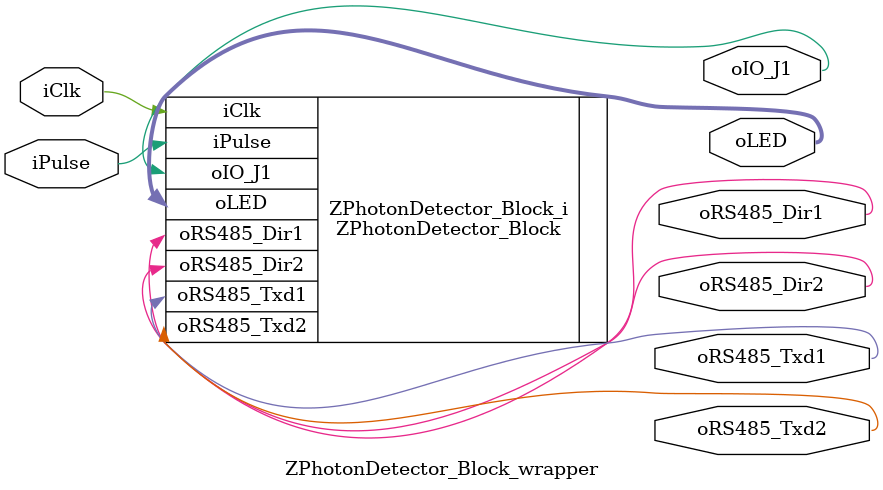
<source format=v>
`timescale 1 ps / 1 ps

module ZPhotonDetector_Block_wrapper
   (iClk,
    iPulse,
    oIO_J1,
    oLED,
    oRS485_Dir1,
    oRS485_Dir2,
    oRS485_Txd1,
    oRS485_Txd2);
  input iClk;
  input iPulse;
  output oIO_J1;
  output [1:0]oLED;
  output oRS485_Dir1;
  output oRS485_Dir2;
  output oRS485_Txd1;
  output oRS485_Txd2;

  wire iClk;
  wire iPulse;
  wire oIO_J1;
  wire [1:0]oLED;
  wire oRS485_Dir1;
  wire oRS485_Dir2;
  wire oRS485_Txd1;
  wire oRS485_Txd2;

  ZPhotonDetector_Block ZPhotonDetector_Block_i
       (.iClk(iClk),
        .iPulse(iPulse),
        .oIO_J1(oIO_J1),
        .oLED(oLED),
        .oRS485_Dir1(oRS485_Dir1),
        .oRS485_Dir2(oRS485_Dir2),
        .oRS485_Txd1(oRS485_Txd1),
        .oRS485_Txd2(oRS485_Txd2));
endmodule

</source>
